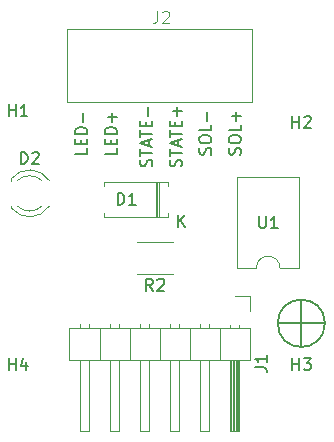
<source format=gbr>
%TF.GenerationSoftware,KiCad,Pcbnew,7.0.7*%
%TF.CreationDate,2024-02-22T12:36:16+00:00*%
%TF.ProjectId,solenoidInterface_rev0,736f6c65-6e6f-4696-9449-6e7465726661,rev?*%
%TF.SameCoordinates,Original*%
%TF.FileFunction,Legend,Top*%
%TF.FilePolarity,Positive*%
%FSLAX46Y46*%
G04 Gerber Fmt 4.6, Leading zero omitted, Abs format (unit mm)*
G04 Created by KiCad (PCBNEW 7.0.7) date 2024-02-22 12:36:16*
%MOMM*%
%LPD*%
G01*
G04 APERTURE LIST*
%ADD10C,0.150000*%
%ADD11C,0.100000*%
%ADD12C,0.120000*%
G04 APERTURE END LIST*
D10*
X25000000Y-25000000D02*
X29000000Y-25000000D01*
X29000000Y-25000000D02*
G75*
G03*
X29000000Y-25000000I-2000000J0D01*
G01*
X27000000Y-23000000D02*
X27000000Y-27000000D01*
X8869819Y-10187030D02*
X8869819Y-10663220D01*
X8869819Y-10663220D02*
X7869819Y-10663220D01*
X8346009Y-9853696D02*
X8346009Y-9520363D01*
X8869819Y-9377506D02*
X8869819Y-9853696D01*
X8869819Y-9853696D02*
X7869819Y-9853696D01*
X7869819Y-9853696D02*
X7869819Y-9377506D01*
X8869819Y-8948934D02*
X7869819Y-8948934D01*
X7869819Y-8948934D02*
X7869819Y-8710839D01*
X7869819Y-8710839D02*
X7917438Y-8567982D01*
X7917438Y-8567982D02*
X8012676Y-8472744D01*
X8012676Y-8472744D02*
X8107914Y-8425125D01*
X8107914Y-8425125D02*
X8298390Y-8377506D01*
X8298390Y-8377506D02*
X8441247Y-8377506D01*
X8441247Y-8377506D02*
X8631723Y-8425125D01*
X8631723Y-8425125D02*
X8726961Y-8472744D01*
X8726961Y-8472744D02*
X8822200Y-8567982D01*
X8822200Y-8567982D02*
X8869819Y-8710839D01*
X8869819Y-8710839D02*
X8869819Y-8948934D01*
X8488866Y-7948934D02*
X8488866Y-7187030D01*
X11369819Y-10187030D02*
X11369819Y-10663220D01*
X11369819Y-10663220D02*
X10369819Y-10663220D01*
X10846009Y-9853696D02*
X10846009Y-9520363D01*
X11369819Y-9377506D02*
X11369819Y-9853696D01*
X11369819Y-9853696D02*
X10369819Y-9853696D01*
X10369819Y-9853696D02*
X10369819Y-9377506D01*
X11369819Y-8948934D02*
X10369819Y-8948934D01*
X10369819Y-8948934D02*
X10369819Y-8710839D01*
X10369819Y-8710839D02*
X10417438Y-8567982D01*
X10417438Y-8567982D02*
X10512676Y-8472744D01*
X10512676Y-8472744D02*
X10607914Y-8425125D01*
X10607914Y-8425125D02*
X10798390Y-8377506D01*
X10798390Y-8377506D02*
X10941247Y-8377506D01*
X10941247Y-8377506D02*
X11131723Y-8425125D01*
X11131723Y-8425125D02*
X11226961Y-8472744D01*
X11226961Y-8472744D02*
X11322200Y-8567982D01*
X11322200Y-8567982D02*
X11369819Y-8710839D01*
X11369819Y-8710839D02*
X11369819Y-8948934D01*
X10988866Y-7948934D02*
X10988866Y-7187030D01*
X11369819Y-7567982D02*
X10607914Y-7567982D01*
X14322200Y-11710839D02*
X14369819Y-11567982D01*
X14369819Y-11567982D02*
X14369819Y-11329887D01*
X14369819Y-11329887D02*
X14322200Y-11234649D01*
X14322200Y-11234649D02*
X14274580Y-11187030D01*
X14274580Y-11187030D02*
X14179342Y-11139411D01*
X14179342Y-11139411D02*
X14084104Y-11139411D01*
X14084104Y-11139411D02*
X13988866Y-11187030D01*
X13988866Y-11187030D02*
X13941247Y-11234649D01*
X13941247Y-11234649D02*
X13893628Y-11329887D01*
X13893628Y-11329887D02*
X13846009Y-11520363D01*
X13846009Y-11520363D02*
X13798390Y-11615601D01*
X13798390Y-11615601D02*
X13750771Y-11663220D01*
X13750771Y-11663220D02*
X13655533Y-11710839D01*
X13655533Y-11710839D02*
X13560295Y-11710839D01*
X13560295Y-11710839D02*
X13465057Y-11663220D01*
X13465057Y-11663220D02*
X13417438Y-11615601D01*
X13417438Y-11615601D02*
X13369819Y-11520363D01*
X13369819Y-11520363D02*
X13369819Y-11282268D01*
X13369819Y-11282268D02*
X13417438Y-11139411D01*
X13369819Y-10853696D02*
X13369819Y-10282268D01*
X14369819Y-10567982D02*
X13369819Y-10567982D01*
X14084104Y-9996553D02*
X14084104Y-9520363D01*
X14369819Y-10091791D02*
X13369819Y-9758458D01*
X13369819Y-9758458D02*
X14369819Y-9425125D01*
X13369819Y-9234648D02*
X13369819Y-8663220D01*
X14369819Y-8948934D02*
X13369819Y-8948934D01*
X13846009Y-8329886D02*
X13846009Y-7996553D01*
X14369819Y-7853696D02*
X14369819Y-8329886D01*
X14369819Y-8329886D02*
X13369819Y-8329886D01*
X13369819Y-8329886D02*
X13369819Y-7853696D01*
X13988866Y-7425124D02*
X13988866Y-6663220D01*
X21822200Y-10710839D02*
X21869819Y-10567982D01*
X21869819Y-10567982D02*
X21869819Y-10329887D01*
X21869819Y-10329887D02*
X21822200Y-10234649D01*
X21822200Y-10234649D02*
X21774580Y-10187030D01*
X21774580Y-10187030D02*
X21679342Y-10139411D01*
X21679342Y-10139411D02*
X21584104Y-10139411D01*
X21584104Y-10139411D02*
X21488866Y-10187030D01*
X21488866Y-10187030D02*
X21441247Y-10234649D01*
X21441247Y-10234649D02*
X21393628Y-10329887D01*
X21393628Y-10329887D02*
X21346009Y-10520363D01*
X21346009Y-10520363D02*
X21298390Y-10615601D01*
X21298390Y-10615601D02*
X21250771Y-10663220D01*
X21250771Y-10663220D02*
X21155533Y-10710839D01*
X21155533Y-10710839D02*
X21060295Y-10710839D01*
X21060295Y-10710839D02*
X20965057Y-10663220D01*
X20965057Y-10663220D02*
X20917438Y-10615601D01*
X20917438Y-10615601D02*
X20869819Y-10520363D01*
X20869819Y-10520363D02*
X20869819Y-10282268D01*
X20869819Y-10282268D02*
X20917438Y-10139411D01*
X20869819Y-9520363D02*
X20869819Y-9329887D01*
X20869819Y-9329887D02*
X20917438Y-9234649D01*
X20917438Y-9234649D02*
X21012676Y-9139411D01*
X21012676Y-9139411D02*
X21203152Y-9091792D01*
X21203152Y-9091792D02*
X21536485Y-9091792D01*
X21536485Y-9091792D02*
X21726961Y-9139411D01*
X21726961Y-9139411D02*
X21822200Y-9234649D01*
X21822200Y-9234649D02*
X21869819Y-9329887D01*
X21869819Y-9329887D02*
X21869819Y-9520363D01*
X21869819Y-9520363D02*
X21822200Y-9615601D01*
X21822200Y-9615601D02*
X21726961Y-9710839D01*
X21726961Y-9710839D02*
X21536485Y-9758458D01*
X21536485Y-9758458D02*
X21203152Y-9758458D01*
X21203152Y-9758458D02*
X21012676Y-9710839D01*
X21012676Y-9710839D02*
X20917438Y-9615601D01*
X20917438Y-9615601D02*
X20869819Y-9520363D01*
X21869819Y-8187030D02*
X21869819Y-8663220D01*
X21869819Y-8663220D02*
X20869819Y-8663220D01*
X21488866Y-7853696D02*
X21488866Y-7091792D01*
X21869819Y-7472744D02*
X21107914Y-7472744D01*
X19322200Y-10710839D02*
X19369819Y-10567982D01*
X19369819Y-10567982D02*
X19369819Y-10329887D01*
X19369819Y-10329887D02*
X19322200Y-10234649D01*
X19322200Y-10234649D02*
X19274580Y-10187030D01*
X19274580Y-10187030D02*
X19179342Y-10139411D01*
X19179342Y-10139411D02*
X19084104Y-10139411D01*
X19084104Y-10139411D02*
X18988866Y-10187030D01*
X18988866Y-10187030D02*
X18941247Y-10234649D01*
X18941247Y-10234649D02*
X18893628Y-10329887D01*
X18893628Y-10329887D02*
X18846009Y-10520363D01*
X18846009Y-10520363D02*
X18798390Y-10615601D01*
X18798390Y-10615601D02*
X18750771Y-10663220D01*
X18750771Y-10663220D02*
X18655533Y-10710839D01*
X18655533Y-10710839D02*
X18560295Y-10710839D01*
X18560295Y-10710839D02*
X18465057Y-10663220D01*
X18465057Y-10663220D02*
X18417438Y-10615601D01*
X18417438Y-10615601D02*
X18369819Y-10520363D01*
X18369819Y-10520363D02*
X18369819Y-10282268D01*
X18369819Y-10282268D02*
X18417438Y-10139411D01*
X18369819Y-9520363D02*
X18369819Y-9329887D01*
X18369819Y-9329887D02*
X18417438Y-9234649D01*
X18417438Y-9234649D02*
X18512676Y-9139411D01*
X18512676Y-9139411D02*
X18703152Y-9091792D01*
X18703152Y-9091792D02*
X19036485Y-9091792D01*
X19036485Y-9091792D02*
X19226961Y-9139411D01*
X19226961Y-9139411D02*
X19322200Y-9234649D01*
X19322200Y-9234649D02*
X19369819Y-9329887D01*
X19369819Y-9329887D02*
X19369819Y-9520363D01*
X19369819Y-9520363D02*
X19322200Y-9615601D01*
X19322200Y-9615601D02*
X19226961Y-9710839D01*
X19226961Y-9710839D02*
X19036485Y-9758458D01*
X19036485Y-9758458D02*
X18703152Y-9758458D01*
X18703152Y-9758458D02*
X18512676Y-9710839D01*
X18512676Y-9710839D02*
X18417438Y-9615601D01*
X18417438Y-9615601D02*
X18369819Y-9520363D01*
X19369819Y-8187030D02*
X19369819Y-8663220D01*
X19369819Y-8663220D02*
X18369819Y-8663220D01*
X18988866Y-7853696D02*
X18988866Y-7091792D01*
X16822200Y-11710839D02*
X16869819Y-11567982D01*
X16869819Y-11567982D02*
X16869819Y-11329887D01*
X16869819Y-11329887D02*
X16822200Y-11234649D01*
X16822200Y-11234649D02*
X16774580Y-11187030D01*
X16774580Y-11187030D02*
X16679342Y-11139411D01*
X16679342Y-11139411D02*
X16584104Y-11139411D01*
X16584104Y-11139411D02*
X16488866Y-11187030D01*
X16488866Y-11187030D02*
X16441247Y-11234649D01*
X16441247Y-11234649D02*
X16393628Y-11329887D01*
X16393628Y-11329887D02*
X16346009Y-11520363D01*
X16346009Y-11520363D02*
X16298390Y-11615601D01*
X16298390Y-11615601D02*
X16250771Y-11663220D01*
X16250771Y-11663220D02*
X16155533Y-11710839D01*
X16155533Y-11710839D02*
X16060295Y-11710839D01*
X16060295Y-11710839D02*
X15965057Y-11663220D01*
X15965057Y-11663220D02*
X15917438Y-11615601D01*
X15917438Y-11615601D02*
X15869819Y-11520363D01*
X15869819Y-11520363D02*
X15869819Y-11282268D01*
X15869819Y-11282268D02*
X15917438Y-11139411D01*
X15869819Y-10853696D02*
X15869819Y-10282268D01*
X16869819Y-10567982D02*
X15869819Y-10567982D01*
X16584104Y-9996553D02*
X16584104Y-9520363D01*
X16869819Y-10091791D02*
X15869819Y-9758458D01*
X15869819Y-9758458D02*
X16869819Y-9425125D01*
X15869819Y-9234648D02*
X15869819Y-8663220D01*
X16869819Y-8948934D02*
X15869819Y-8948934D01*
X16346009Y-8329886D02*
X16346009Y-7996553D01*
X16869819Y-7853696D02*
X16869819Y-8329886D01*
X16869819Y-8329886D02*
X15869819Y-8329886D01*
X15869819Y-8329886D02*
X15869819Y-7853696D01*
X16488866Y-7425124D02*
X16488866Y-6663220D01*
X16869819Y-7044172D02*
X16107914Y-7044172D01*
D11*
X14816666Y1442580D02*
X14816666Y728295D01*
X14816666Y728295D02*
X14769047Y585438D01*
X14769047Y585438D02*
X14673809Y490200D01*
X14673809Y490200D02*
X14530952Y442580D01*
X14530952Y442580D02*
X14435714Y442580D01*
X15245238Y1347342D02*
X15292857Y1394961D01*
X15292857Y1394961D02*
X15388095Y1442580D01*
X15388095Y1442580D02*
X15626190Y1442580D01*
X15626190Y1442580D02*
X15721428Y1394961D01*
X15721428Y1394961D02*
X15769047Y1347342D01*
X15769047Y1347342D02*
X15816666Y1252104D01*
X15816666Y1252104D02*
X15816666Y1156866D01*
X15816666Y1156866D02*
X15769047Y1014009D01*
X15769047Y1014009D02*
X15197619Y442580D01*
X15197619Y442580D02*
X15816666Y442580D01*
D10*
X23074819Y-28718333D02*
X23789104Y-28718333D01*
X23789104Y-28718333D02*
X23931961Y-28765952D01*
X23931961Y-28765952D02*
X24027200Y-28861190D01*
X24027200Y-28861190D02*
X24074819Y-29004047D01*
X24074819Y-29004047D02*
X24074819Y-29099285D01*
X24074819Y-27718333D02*
X24074819Y-28289761D01*
X24074819Y-28004047D02*
X23074819Y-28004047D01*
X23074819Y-28004047D02*
X23217676Y-28099285D01*
X23217676Y-28099285D02*
X23312914Y-28194523D01*
X23312914Y-28194523D02*
X23360533Y-28289761D01*
X23438095Y-15929819D02*
X23438095Y-16739342D01*
X23438095Y-16739342D02*
X23485714Y-16834580D01*
X23485714Y-16834580D02*
X23533333Y-16882200D01*
X23533333Y-16882200D02*
X23628571Y-16929819D01*
X23628571Y-16929819D02*
X23819047Y-16929819D01*
X23819047Y-16929819D02*
X23914285Y-16882200D01*
X23914285Y-16882200D02*
X23961904Y-16834580D01*
X23961904Y-16834580D02*
X24009523Y-16739342D01*
X24009523Y-16739342D02*
X24009523Y-15929819D01*
X25009523Y-16929819D02*
X24438095Y-16929819D01*
X24723809Y-16929819D02*
X24723809Y-15929819D01*
X24723809Y-15929819D02*
X24628571Y-16072676D01*
X24628571Y-16072676D02*
X24533333Y-16167914D01*
X24533333Y-16167914D02*
X24438095Y-16215533D01*
X26238095Y-28954819D02*
X26238095Y-27954819D01*
X26238095Y-28431009D02*
X26809523Y-28431009D01*
X26809523Y-28954819D02*
X26809523Y-27954819D01*
X27190476Y-27954819D02*
X27809523Y-27954819D01*
X27809523Y-27954819D02*
X27476190Y-28335771D01*
X27476190Y-28335771D02*
X27619047Y-28335771D01*
X27619047Y-28335771D02*
X27714285Y-28383390D01*
X27714285Y-28383390D02*
X27761904Y-28431009D01*
X27761904Y-28431009D02*
X27809523Y-28526247D01*
X27809523Y-28526247D02*
X27809523Y-28764342D01*
X27809523Y-28764342D02*
X27761904Y-28859580D01*
X27761904Y-28859580D02*
X27714285Y-28907200D01*
X27714285Y-28907200D02*
X27619047Y-28954819D01*
X27619047Y-28954819D02*
X27333333Y-28954819D01*
X27333333Y-28954819D02*
X27238095Y-28907200D01*
X27238095Y-28907200D02*
X27190476Y-28859580D01*
X2238095Y-7454819D02*
X2238095Y-6454819D01*
X2238095Y-6931009D02*
X2809523Y-6931009D01*
X2809523Y-7454819D02*
X2809523Y-6454819D01*
X3809523Y-7454819D02*
X3238095Y-7454819D01*
X3523809Y-7454819D02*
X3523809Y-6454819D01*
X3523809Y-6454819D02*
X3428571Y-6597676D01*
X3428571Y-6597676D02*
X3333333Y-6692914D01*
X3333333Y-6692914D02*
X3238095Y-6740533D01*
X14433333Y-22234819D02*
X14100000Y-21758628D01*
X13861905Y-22234819D02*
X13861905Y-21234819D01*
X13861905Y-21234819D02*
X14242857Y-21234819D01*
X14242857Y-21234819D02*
X14338095Y-21282438D01*
X14338095Y-21282438D02*
X14385714Y-21330057D01*
X14385714Y-21330057D02*
X14433333Y-21425295D01*
X14433333Y-21425295D02*
X14433333Y-21568152D01*
X14433333Y-21568152D02*
X14385714Y-21663390D01*
X14385714Y-21663390D02*
X14338095Y-21711009D01*
X14338095Y-21711009D02*
X14242857Y-21758628D01*
X14242857Y-21758628D02*
X13861905Y-21758628D01*
X14814286Y-21330057D02*
X14861905Y-21282438D01*
X14861905Y-21282438D02*
X14957143Y-21234819D01*
X14957143Y-21234819D02*
X15195238Y-21234819D01*
X15195238Y-21234819D02*
X15290476Y-21282438D01*
X15290476Y-21282438D02*
X15338095Y-21330057D01*
X15338095Y-21330057D02*
X15385714Y-21425295D01*
X15385714Y-21425295D02*
X15385714Y-21520533D01*
X15385714Y-21520533D02*
X15338095Y-21663390D01*
X15338095Y-21663390D02*
X14766667Y-22234819D01*
X14766667Y-22234819D02*
X15385714Y-22234819D01*
X2238095Y-28954819D02*
X2238095Y-27954819D01*
X2238095Y-28431009D02*
X2809523Y-28431009D01*
X2809523Y-28954819D02*
X2809523Y-27954819D01*
X3714285Y-28288152D02*
X3714285Y-28954819D01*
X3476190Y-27907200D02*
X3238095Y-28621485D01*
X3238095Y-28621485D02*
X3857142Y-28621485D01*
X26238095Y-8454819D02*
X26238095Y-7454819D01*
X26238095Y-7931009D02*
X26809523Y-7931009D01*
X26809523Y-8454819D02*
X26809523Y-7454819D01*
X27238095Y-7550057D02*
X27285714Y-7502438D01*
X27285714Y-7502438D02*
X27380952Y-7454819D01*
X27380952Y-7454819D02*
X27619047Y-7454819D01*
X27619047Y-7454819D02*
X27714285Y-7502438D01*
X27714285Y-7502438D02*
X27761904Y-7550057D01*
X27761904Y-7550057D02*
X27809523Y-7645295D01*
X27809523Y-7645295D02*
X27809523Y-7740533D01*
X27809523Y-7740533D02*
X27761904Y-7883390D01*
X27761904Y-7883390D02*
X27190476Y-8454819D01*
X27190476Y-8454819D02*
X27809523Y-8454819D01*
X3256905Y-11494819D02*
X3256905Y-10494819D01*
X3256905Y-10494819D02*
X3495000Y-10494819D01*
X3495000Y-10494819D02*
X3637857Y-10542438D01*
X3637857Y-10542438D02*
X3733095Y-10637676D01*
X3733095Y-10637676D02*
X3780714Y-10732914D01*
X3780714Y-10732914D02*
X3828333Y-10923390D01*
X3828333Y-10923390D02*
X3828333Y-11066247D01*
X3828333Y-11066247D02*
X3780714Y-11256723D01*
X3780714Y-11256723D02*
X3733095Y-11351961D01*
X3733095Y-11351961D02*
X3637857Y-11447200D01*
X3637857Y-11447200D02*
X3495000Y-11494819D01*
X3495000Y-11494819D02*
X3256905Y-11494819D01*
X4209286Y-10590057D02*
X4256905Y-10542438D01*
X4256905Y-10542438D02*
X4352143Y-10494819D01*
X4352143Y-10494819D02*
X4590238Y-10494819D01*
X4590238Y-10494819D02*
X4685476Y-10542438D01*
X4685476Y-10542438D02*
X4733095Y-10590057D01*
X4733095Y-10590057D02*
X4780714Y-10685295D01*
X4780714Y-10685295D02*
X4780714Y-10780533D01*
X4780714Y-10780533D02*
X4733095Y-10923390D01*
X4733095Y-10923390D02*
X4161667Y-11494819D01*
X4161667Y-11494819D02*
X4780714Y-11494819D01*
X11451905Y-14954819D02*
X11451905Y-13954819D01*
X11451905Y-13954819D02*
X11690000Y-13954819D01*
X11690000Y-13954819D02*
X11832857Y-14002438D01*
X11832857Y-14002438D02*
X11928095Y-14097676D01*
X11928095Y-14097676D02*
X11975714Y-14192914D01*
X11975714Y-14192914D02*
X12023333Y-14383390D01*
X12023333Y-14383390D02*
X12023333Y-14526247D01*
X12023333Y-14526247D02*
X11975714Y-14716723D01*
X11975714Y-14716723D02*
X11928095Y-14811961D01*
X11928095Y-14811961D02*
X11832857Y-14907200D01*
X11832857Y-14907200D02*
X11690000Y-14954819D01*
X11690000Y-14954819D02*
X11451905Y-14954819D01*
X12975714Y-14954819D02*
X12404286Y-14954819D01*
X12690000Y-14954819D02*
X12690000Y-13954819D01*
X12690000Y-13954819D02*
X12594762Y-14097676D01*
X12594762Y-14097676D02*
X12499524Y-14192914D01*
X12499524Y-14192914D02*
X12404286Y-14240533D01*
X16548095Y-16854819D02*
X16548095Y-15854819D01*
X17119523Y-16854819D02*
X16690952Y-16283390D01*
X17119523Y-15854819D02*
X16548095Y-16426247D01*
D11*
%TO.C,J2*%
X7150000Y-100000D02*
X22850000Y-100000D01*
X22850000Y-100000D02*
X22850000Y-6300000D01*
X22850000Y-6300000D02*
X7150000Y-6300000D01*
X7150000Y-6300000D02*
X7150000Y-100000D01*
D12*
%TO.C,J1*%
X22620000Y-22730000D02*
X22620000Y-24000000D01*
X21350000Y-22730000D02*
X22620000Y-22730000D01*
X19190000Y-25042929D02*
X19190000Y-25440000D01*
X18430000Y-25042929D02*
X18430000Y-25440000D01*
X16650000Y-25042929D02*
X16650000Y-25440000D01*
X15890000Y-25042929D02*
X15890000Y-25440000D01*
X14110000Y-25042929D02*
X14110000Y-25440000D01*
X13350000Y-25042929D02*
X13350000Y-25440000D01*
X11570000Y-25042929D02*
X11570000Y-25440000D01*
X10810000Y-25042929D02*
X10810000Y-25440000D01*
X9030000Y-25042929D02*
X9030000Y-25440000D01*
X8270000Y-25042929D02*
X8270000Y-25440000D01*
X21730000Y-25110000D02*
X21730000Y-25440000D01*
X20970000Y-25110000D02*
X20970000Y-25440000D01*
X22680000Y-25440000D02*
X7320000Y-25440000D01*
X20080000Y-25440000D02*
X20080000Y-28100000D01*
X17540000Y-25440000D02*
X17540000Y-28100000D01*
X15000000Y-25440000D02*
X15000000Y-28100000D01*
X12460000Y-25440000D02*
X12460000Y-28100000D01*
X9920000Y-25440000D02*
X9920000Y-28100000D01*
X7320000Y-25440000D02*
X7320000Y-28100000D01*
X22680000Y-28100000D02*
X22680000Y-25440000D01*
X21730000Y-28100000D02*
X21730000Y-34100000D01*
X21670000Y-28100000D02*
X21670000Y-34100000D01*
X21550000Y-28100000D02*
X21550000Y-34100000D01*
X21430000Y-28100000D02*
X21430000Y-34100000D01*
X21310000Y-28100000D02*
X21310000Y-34100000D01*
X21190000Y-28100000D02*
X21190000Y-34100000D01*
X21070000Y-28100000D02*
X21070000Y-34100000D01*
X19190000Y-28100000D02*
X19190000Y-34100000D01*
X16650000Y-28100000D02*
X16650000Y-34100000D01*
X14110000Y-28100000D02*
X14110000Y-34100000D01*
X11570000Y-28100000D02*
X11570000Y-34100000D01*
X9030000Y-28100000D02*
X9030000Y-34100000D01*
X7320000Y-28100000D02*
X22680000Y-28100000D01*
X21730000Y-34100000D02*
X20970000Y-34100000D01*
X20970000Y-34100000D02*
X20970000Y-28100000D01*
X19190000Y-34100000D02*
X18430000Y-34100000D01*
X18430000Y-34100000D02*
X18430000Y-28100000D01*
X16650000Y-34100000D02*
X15890000Y-34100000D01*
X15890000Y-34100000D02*
X15890000Y-28100000D01*
X14110000Y-34100000D02*
X13350000Y-34100000D01*
X13350000Y-34100000D02*
X13350000Y-28100000D01*
X11570000Y-34100000D02*
X10810000Y-34100000D01*
X10810000Y-34100000D02*
X10810000Y-28100000D01*
X9030000Y-34100000D02*
X8270000Y-34100000D01*
X8270000Y-34100000D02*
X8270000Y-28100000D01*
%TO.C,U1*%
X26840000Y-20330000D02*
X26840000Y-12590000D01*
X26840000Y-12590000D02*
X21540000Y-12590000D01*
X25190000Y-20330000D02*
X26840000Y-20330000D01*
X21540000Y-20330000D02*
X23190000Y-20330000D01*
X21540000Y-12590000D02*
X21540000Y-20330000D01*
X25190000Y-20330000D02*
G75*
G03*
X23190000Y-20330000I-1000000J0D01*
G01*
%TO.C,R2*%
X16127064Y-20860000D02*
X13072936Y-20860000D01*
X16127064Y-18140000D02*
X13072936Y-18140000D01*
%TO.C,D2*%
X2435000Y-12764000D02*
X2435000Y-12920000D01*
X2435000Y-15080000D02*
X2435000Y-15236000D01*
X5667334Y-12921392D02*
G75*
G03*
X2435001Y-12764485I-1672334J-1078608D01*
G01*
X5036129Y-12920164D02*
G75*
G03*
X2954040Y-12920001I-1041129J-1079836D01*
G01*
X2954040Y-15079999D02*
G75*
G03*
X5036129Y-15079836I1040960J1079999D01*
G01*
X2435001Y-15235515D02*
G75*
G03*
X5667334Y-15078608I1559999J1235515D01*
G01*
%TO.C,D1*%
X15720000Y-15970000D02*
X10280000Y-15970000D01*
X15720000Y-15640000D02*
X15720000Y-15970000D01*
X15720000Y-13360000D02*
X15720000Y-13030000D01*
X15720000Y-13030000D02*
X10280000Y-13030000D01*
X14940000Y-15970000D02*
X14940000Y-13030000D01*
X14820000Y-15970000D02*
X14820000Y-13030000D01*
X14700000Y-15970000D02*
X14700000Y-13030000D01*
X10280000Y-15970000D02*
X10280000Y-15640000D01*
X10280000Y-13030000D02*
X10280000Y-13360000D01*
%TD*%
M02*

</source>
